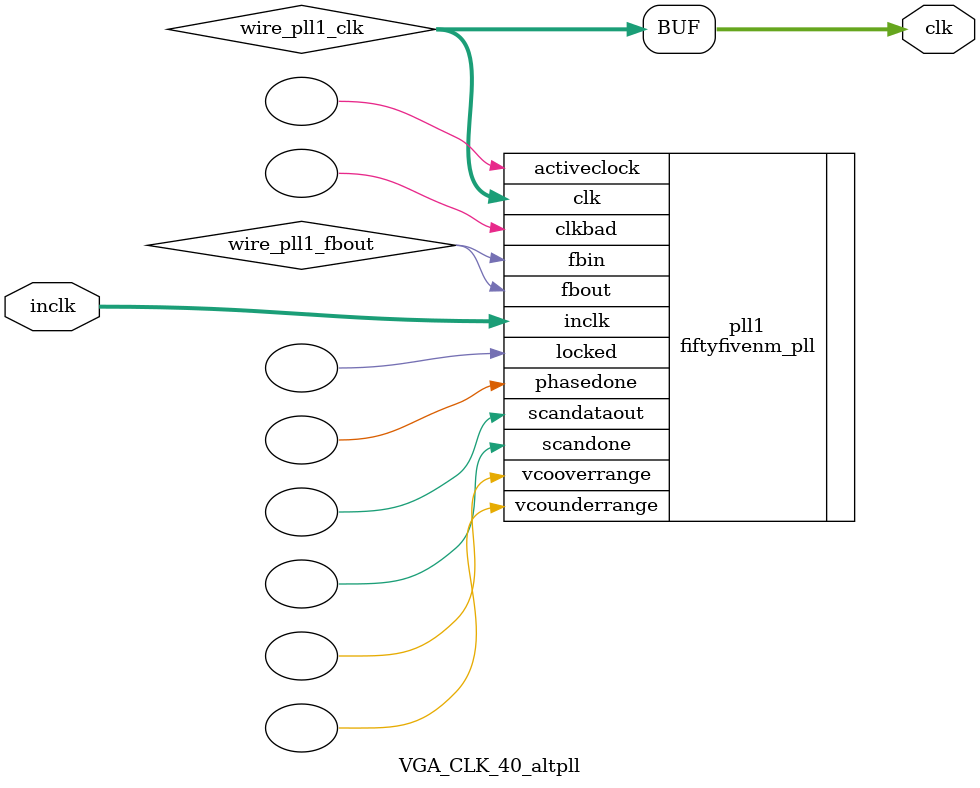
<source format=v>






//synthesis_resources = fiftyfivenm_pll 1 
//synopsys translate_off
`timescale 1 ps / 1 ps
//synopsys translate_on
module  VGA_CLK_40_altpll
	( 
	clk,
	inclk) /* synthesis synthesis_clearbox=1 */;
	output   [4:0]  clk;
	input   [1:0]  inclk;
`ifndef ALTERA_RESERVED_QIS
// synopsys translate_off
`endif
	tri0   [1:0]  inclk;
`ifndef ALTERA_RESERVED_QIS
// synopsys translate_on
`endif

	wire  [4:0]   wire_pll1_clk;
	wire  wire_pll1_fbout;

	fiftyfivenm_pll   pll1
	( 
	.activeclock(),
	.clk(wire_pll1_clk),
	.clkbad(),
	.fbin(wire_pll1_fbout),
	.fbout(wire_pll1_fbout),
	.inclk(inclk),
	.locked(),
	.phasedone(),
	.scandataout(),
	.scandone(),
	.vcooverrange(),
	.vcounderrange()
	`ifndef FORMAL_VERIFICATION
	// synopsys translate_off
	`endif
	,
	.areset(1'b0),
	.clkswitch(1'b0),
	.configupdate(1'b0),
	.pfdena(1'b1),
	.phasecounterselect({3{1'b0}}),
	.phasestep(1'b0),
	.phaseupdown(1'b0),
	.scanclk(1'b0),
	.scanclkena(1'b1),
	.scandata(1'b0)
	`ifndef FORMAL_VERIFICATION
	// synopsys translate_on
	`endif
	);
	defparam
		pll1.bandwidth_type = "auto",
		pll1.clk0_divide_by = 5,
		pll1.clk0_duty_cycle = 50,
		pll1.clk0_multiply_by = 4,
		pll1.clk0_phase_shift = "0",
		pll1.compensate_clock = "clk0",
		pll1.inclk0_input_frequency = 20000,
		pll1.operation_mode = "normal",
		pll1.pll_type = "auto",
		pll1.lpm_type = "fiftyfivenm_pll";
	assign
		clk = {wire_pll1_clk[4:0]};
endmodule //VGA_CLK_40_altpll
//VALID FILE

</source>
